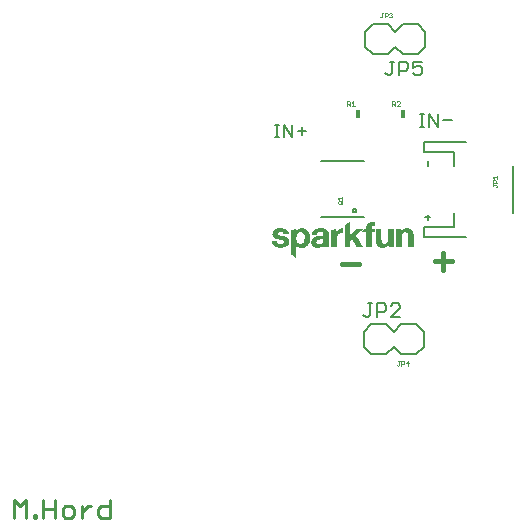
<source format=gbr>
G04 EAGLE Gerber RS-274X export*
G75*
%MOMM*%
%FSLAX34Y34*%
%LPD*%
%INSilkscreen Top*%
%IPPOS*%
%AMOC8*
5,1,8,0,0,1.08239X$1,22.5*%
G01*
%ADD10C,0.381000*%
%ADD11C,0.203200*%
%ADD12C,0.127000*%
%ADD13C,0.279400*%
%ADD14C,0.025400*%
%ADD15R,0.406400X0.711200*%
%ADD16C,0.152400*%

G36*
X24313Y94054D02*
X24313Y94054D01*
X24314Y94054D01*
X24358Y94074D01*
X24402Y94094D01*
X24402Y94095D01*
X24403Y94095D01*
X24436Y94180D01*
X24436Y105113D01*
X24705Y104710D01*
X24717Y104702D01*
X24722Y104692D01*
X24726Y104690D01*
X24731Y104681D01*
X25731Y103881D01*
X25737Y103880D01*
X25740Y103875D01*
X26340Y103475D01*
X26356Y103472D01*
X26370Y103460D01*
X26970Y103260D01*
X26973Y103260D01*
X26975Y103259D01*
X27675Y103059D01*
X27682Y103059D01*
X27689Y103055D01*
X28289Y102955D01*
X28292Y102956D01*
X28294Y102955D01*
X29094Y102855D01*
X29109Y102859D01*
X29126Y102855D01*
X30726Y103055D01*
X30739Y103062D01*
X30755Y103062D01*
X32055Y103562D01*
X32065Y103572D01*
X32080Y103575D01*
X33280Y104375D01*
X33287Y104385D01*
X33299Y104391D01*
X34299Y105391D01*
X34305Y105405D01*
X34319Y105416D01*
X35019Y106616D01*
X35021Y106628D01*
X35029Y106638D01*
X35529Y108038D01*
X35528Y108046D01*
X35533Y108054D01*
X35833Y109454D01*
X35832Y109459D01*
X35835Y109464D01*
X36018Y110928D01*
X36021Y110940D01*
X36035Y110963D01*
X36031Y110978D01*
X36035Y110995D01*
X36031Y111031D01*
X36035Y111064D01*
X36032Y111074D01*
X36036Y111084D01*
X36021Y111117D01*
X35835Y112695D01*
X35833Y112699D01*
X35834Y112705D01*
X35534Y114205D01*
X35529Y114212D01*
X35529Y114222D01*
X35029Y115622D01*
X35022Y115629D01*
X35021Y115640D01*
X34321Y116940D01*
X34307Y116951D01*
X34299Y116969D01*
X33299Y117969D01*
X33288Y117974D01*
X33280Y117985D01*
X32080Y118785D01*
X32064Y118788D01*
X32050Y118800D01*
X30550Y119300D01*
X30537Y119299D01*
X30525Y119305D01*
X28825Y119505D01*
X28818Y119503D01*
X28810Y119506D01*
X28110Y119506D01*
X28094Y119500D01*
X28075Y119501D01*
X27382Y119303D01*
X26789Y119205D01*
X26774Y119195D01*
X26754Y119193D01*
X25554Y118593D01*
X25545Y118583D01*
X25531Y118579D01*
X25031Y118179D01*
X25028Y118172D01*
X25021Y118169D01*
X24521Y117669D01*
X24516Y117658D01*
X24505Y117650D01*
X24236Y117247D01*
X24236Y118980D01*
X24230Y118994D01*
X24233Y119009D01*
X24212Y119038D01*
X24198Y119071D01*
X24184Y119076D01*
X24175Y119088D01*
X24134Y119095D01*
X24106Y119106D01*
X24097Y119102D01*
X24085Y119104D01*
X20085Y118304D01*
X20053Y118282D01*
X20017Y118265D01*
X20012Y118254D01*
X20004Y118248D01*
X19999Y118219D01*
X19984Y118180D01*
X19984Y97980D01*
X19985Y97977D01*
X19984Y97974D01*
X20021Y97891D01*
X21021Y96891D01*
X21032Y96886D01*
X21040Y96875D01*
X21629Y96482D01*
X22621Y95491D01*
X22626Y95489D01*
X22629Y95483D01*
X23229Y94983D01*
X23230Y94983D01*
X23231Y94981D01*
X23726Y94586D01*
X24221Y94091D01*
X24222Y94090D01*
X24222Y94089D01*
X24268Y94072D01*
X24312Y94054D01*
X24313Y94054D01*
G37*
G36*
X43118Y102857D02*
X43118Y102857D01*
X43128Y102855D01*
X43828Y102955D01*
X43835Y102959D01*
X43845Y102959D01*
X44537Y103156D01*
X45228Y103255D01*
X45242Y103263D01*
X45260Y103264D01*
X45960Y103564D01*
X45962Y103567D01*
X45966Y103567D01*
X46566Y103867D01*
X46572Y103873D01*
X46580Y103875D01*
X47180Y104275D01*
X47187Y104285D01*
X47199Y104291D01*
X47485Y104577D01*
X47494Y104556D01*
X47497Y104524D01*
X47584Y104350D01*
X47584Y103980D01*
X47594Y103956D01*
X47597Y103924D01*
X47684Y103750D01*
X47684Y103580D01*
X47694Y103556D01*
X47697Y103524D01*
X47797Y103324D01*
X47815Y103308D01*
X47825Y103287D01*
X47853Y103276D01*
X47872Y103260D01*
X47890Y103261D01*
X47910Y103254D01*
X52210Y103254D01*
X52231Y103263D01*
X52254Y103262D01*
X52274Y103281D01*
X52301Y103292D01*
X52309Y103313D01*
X52326Y103329D01*
X52327Y103360D01*
X52336Y103384D01*
X52329Y103400D01*
X52330Y103420D01*
X52131Y104016D01*
X52033Y104407D01*
X51934Y104905D01*
X51932Y104907D01*
X51932Y104911D01*
X51836Y105296D01*
X51836Y114980D01*
X51832Y114990D01*
X51835Y115001D01*
X51635Y116201D01*
X51625Y116216D01*
X51623Y116236D01*
X51123Y117236D01*
X51111Y117247D01*
X51105Y117263D01*
X50405Y118063D01*
X50391Y118070D01*
X50380Y118085D01*
X49480Y118685D01*
X49467Y118687D01*
X49457Y118697D01*
X48457Y119097D01*
X48444Y119097D01*
X48431Y119105D01*
X47231Y119305D01*
X47226Y119303D01*
X47221Y119306D01*
X46021Y119406D01*
X46020Y119406D01*
X44921Y119506D01*
X44911Y119503D01*
X44900Y119506D01*
X43600Y119406D01*
X43596Y119404D01*
X43591Y119405D01*
X42291Y119205D01*
X42286Y119202D01*
X42279Y119202D01*
X41079Y118902D01*
X41070Y118896D01*
X41058Y118895D01*
X39958Y118395D01*
X39948Y118384D01*
X39933Y118380D01*
X39033Y117680D01*
X39027Y117670D01*
X39016Y117664D01*
X38216Y116764D01*
X38209Y116745D01*
X38193Y116729D01*
X37693Y115529D01*
X37694Y115514D01*
X37685Y115499D01*
X37485Y114199D01*
X37488Y114187D01*
X37484Y114176D01*
X37500Y114141D01*
X37509Y114104D01*
X37520Y114098D01*
X37525Y114087D01*
X37568Y114070D01*
X37595Y114055D01*
X37602Y114057D01*
X37610Y114054D01*
X41810Y114054D01*
X41848Y114070D01*
X41888Y114081D01*
X41893Y114089D01*
X41901Y114092D01*
X41912Y114121D01*
X41935Y114159D01*
X42032Y114746D01*
X42221Y115218D01*
X42506Y115597D01*
X42785Y115876D01*
X43549Y116259D01*
X44120Y116354D01*
X45197Y116354D01*
X46169Y116160D01*
X46547Y115971D01*
X46822Y115787D01*
X47092Y115427D01*
X47186Y114957D01*
X47280Y114394D01*
X46912Y113474D01*
X45872Y113002D01*
X44192Y112705D01*
X42297Y112506D01*
X42291Y112502D01*
X42284Y112504D01*
X40384Y112104D01*
X40372Y112095D01*
X40356Y112094D01*
X38656Y111294D01*
X38642Y111278D01*
X38633Y111274D01*
X38631Y111270D01*
X38611Y111258D01*
X37511Y109858D01*
X37504Y109834D01*
X37487Y109809D01*
X36987Y107709D01*
X36990Y107692D01*
X36984Y107676D01*
X36985Y107673D01*
X36984Y107669D01*
X37084Y106569D01*
X37090Y106558D01*
X37089Y106544D01*
X37389Y105544D01*
X37399Y105531D01*
X37403Y105513D01*
X37903Y104713D01*
X37911Y104708D01*
X37914Y104698D01*
X38514Y103998D01*
X38535Y103988D01*
X38554Y103967D01*
X39354Y103567D01*
X39356Y103567D01*
X39359Y103565D01*
X40259Y103165D01*
X40272Y103164D01*
X40285Y103156D01*
X41285Y102956D01*
X41292Y102958D01*
X41299Y102954D01*
X42399Y102854D01*
X42404Y102856D01*
X42410Y102854D01*
X43110Y102854D01*
X43118Y102857D01*
G37*
G36*
X70012Y103255D02*
X70012Y103255D01*
X70014Y103254D01*
X70057Y103274D01*
X70101Y103292D01*
X70101Y103294D01*
X70103Y103295D01*
X70136Y103380D01*
X70136Y108728D01*
X71590Y110182D01*
X72102Y109414D01*
X72600Y108519D01*
X72602Y108517D01*
X72603Y108513D01*
X73103Y107713D01*
X73105Y107712D01*
X73105Y107710D01*
X73702Y106814D01*
X74200Y105919D01*
X74202Y105917D01*
X74203Y105913D01*
X74703Y105113D01*
X74705Y105112D01*
X74705Y105110D01*
X75302Y104214D01*
X75800Y103319D01*
X75816Y103306D01*
X75825Y103287D01*
X75856Y103275D01*
X75877Y103258D01*
X75893Y103260D01*
X75910Y103254D01*
X81110Y103254D01*
X81144Y103268D01*
X81180Y103275D01*
X81187Y103287D01*
X81201Y103292D01*
X81214Y103326D01*
X81234Y103357D01*
X81231Y103371D01*
X81236Y103384D01*
X81224Y103410D01*
X81218Y103446D01*
X80418Y104746D01*
X80413Y104750D01*
X80411Y104756D01*
X79513Y105953D01*
X77917Y108348D01*
X77118Y109646D01*
X77116Y109648D01*
X77115Y109650D01*
X75517Y112048D01*
X74770Y113261D01*
X76097Y114588D01*
X76893Y115285D01*
X76895Y115289D01*
X76899Y115291D01*
X78997Y117388D01*
X79793Y118085D01*
X79797Y118093D01*
X79805Y118097D01*
X80505Y118897D01*
X80519Y118941D01*
X80536Y118984D01*
X80535Y118987D01*
X80536Y118990D01*
X80514Y119031D01*
X80495Y119073D01*
X80492Y119075D01*
X80490Y119078D01*
X80465Y119085D01*
X80410Y119106D01*
X75410Y119106D01*
X75407Y119105D01*
X75404Y119106D01*
X75321Y119069D01*
X73921Y117669D01*
X73919Y117665D01*
X73914Y117662D01*
X73318Y116966D01*
X71221Y114869D01*
X71219Y114865D01*
X71214Y114862D01*
X70618Y114166D01*
X70136Y113685D01*
X70136Y124880D01*
X70122Y124913D01*
X70116Y124948D01*
X70104Y124957D01*
X70098Y124971D01*
X70064Y124984D01*
X70035Y125004D01*
X70019Y125001D01*
X70006Y125006D01*
X69980Y124994D01*
X69945Y124988D01*
X69449Y124691D01*
X68854Y124393D01*
X68850Y124389D01*
X68845Y124388D01*
X67849Y123791D01*
X67254Y123493D01*
X67250Y123489D01*
X67245Y123488D01*
X66249Y122891D01*
X65654Y122593D01*
X65638Y122575D01*
X65617Y122565D01*
X65606Y122537D01*
X65590Y122518D01*
X65591Y122500D01*
X65584Y122480D01*
X65584Y103380D01*
X65585Y103378D01*
X65584Y103376D01*
X65604Y103333D01*
X65622Y103289D01*
X65624Y103289D01*
X65625Y103287D01*
X65710Y103254D01*
X70010Y103254D01*
X70012Y103255D01*
G37*
G36*
X113312Y103255D02*
X113312Y103255D01*
X113314Y103254D01*
X113357Y103274D01*
X113401Y103292D01*
X113401Y103294D01*
X113403Y103295D01*
X113436Y103380D01*
X113436Y112673D01*
X113534Y113550D01*
X113826Y114330D01*
X114111Y114899D01*
X114585Y115278D01*
X115166Y115666D01*
X115731Y115854D01*
X117189Y115854D01*
X117757Y115665D01*
X118232Y115380D01*
X118600Y115012D01*
X118989Y113844D01*
X119184Y113065D01*
X119184Y103380D01*
X119185Y103378D01*
X119184Y103376D01*
X119204Y103333D01*
X119222Y103289D01*
X119224Y103289D01*
X119225Y103287D01*
X119310Y103254D01*
X123510Y103254D01*
X123512Y103255D01*
X123514Y103254D01*
X123557Y103274D01*
X123601Y103292D01*
X123601Y103294D01*
X123603Y103295D01*
X123636Y103380D01*
X123636Y114380D01*
X123632Y114390D01*
X123635Y114401D01*
X123435Y115601D01*
X123428Y115610D01*
X123429Y115623D01*
X123029Y116723D01*
X123022Y116730D01*
X123020Y116741D01*
X122520Y117641D01*
X122510Y117649D01*
X122505Y117663D01*
X121805Y118463D01*
X121785Y118473D01*
X121766Y118493D01*
X120766Y118993D01*
X120756Y118994D01*
X120747Y119001D01*
X119447Y119401D01*
X119433Y119399D01*
X119418Y119406D01*
X117918Y119506D01*
X117906Y119502D01*
X117892Y119505D01*
X116492Y119305D01*
X116483Y119299D01*
X116470Y119300D01*
X115873Y119101D01*
X115175Y118901D01*
X115161Y118890D01*
X115140Y118885D01*
X114540Y118485D01*
X114533Y118475D01*
X114521Y118469D01*
X113521Y117469D01*
X113519Y117464D01*
X113513Y117461D01*
X113136Y117009D01*
X113136Y118980D01*
X113135Y118982D01*
X113136Y118984D01*
X113116Y119027D01*
X113098Y119071D01*
X113096Y119071D01*
X113095Y119073D01*
X113010Y119106D01*
X109010Y119106D01*
X109008Y119105D01*
X109006Y119106D01*
X108963Y119086D01*
X108919Y119068D01*
X108919Y119066D01*
X108917Y119065D01*
X108884Y118980D01*
X108884Y103380D01*
X108885Y103378D01*
X108884Y103376D01*
X108904Y103333D01*
X108922Y103289D01*
X108924Y103289D01*
X108925Y103287D01*
X109010Y103254D01*
X113310Y103254D01*
X113312Y103255D01*
G37*
G36*
X97714Y102858D02*
X97714Y102858D01*
X97728Y102855D01*
X99128Y103055D01*
X99137Y103061D01*
X99150Y103060D01*
X99747Y103259D01*
X100445Y103459D01*
X100459Y103470D01*
X100480Y103475D01*
X101080Y103875D01*
X101087Y103885D01*
X101099Y103891D01*
X102099Y104891D01*
X102101Y104896D01*
X102107Y104899D01*
X102484Y105351D01*
X102484Y103380D01*
X102485Y103378D01*
X102484Y103376D01*
X102504Y103333D01*
X102522Y103289D01*
X102524Y103289D01*
X102525Y103287D01*
X102610Y103254D01*
X106610Y103254D01*
X106612Y103255D01*
X106614Y103254D01*
X106657Y103274D01*
X106701Y103292D01*
X106701Y103294D01*
X106703Y103295D01*
X106736Y103380D01*
X106736Y118980D01*
X106735Y118982D01*
X106736Y118984D01*
X106716Y119027D01*
X106698Y119071D01*
X106696Y119071D01*
X106695Y119073D01*
X106610Y119106D01*
X102410Y119106D01*
X102408Y119105D01*
X102406Y119106D01*
X102363Y119086D01*
X102319Y119068D01*
X102319Y119066D01*
X102317Y119065D01*
X102284Y118980D01*
X102284Y110786D01*
X102184Y109693D01*
X102086Y108810D01*
X101794Y108030D01*
X101510Y107461D01*
X100551Y106694D01*
X99892Y106506D01*
X98431Y106506D01*
X97863Y106695D01*
X97388Y106980D01*
X97020Y107348D01*
X96634Y108508D01*
X96535Y109296D01*
X96436Y110187D01*
X96436Y118980D01*
X96435Y118982D01*
X96436Y118984D01*
X96416Y119027D01*
X96398Y119071D01*
X96396Y119071D01*
X96395Y119073D01*
X96310Y119106D01*
X92110Y119106D01*
X92108Y119105D01*
X92106Y119106D01*
X92063Y119086D01*
X92019Y119068D01*
X92019Y119066D01*
X92017Y119065D01*
X91984Y118980D01*
X91984Y107980D01*
X91988Y107970D01*
X91985Y107959D01*
X92185Y106759D01*
X92192Y106750D01*
X92191Y106737D01*
X92591Y105637D01*
X92598Y105630D01*
X92600Y105619D01*
X93100Y104719D01*
X93113Y104708D01*
X93121Y104691D01*
X93921Y103891D01*
X93936Y103884D01*
X93949Y103870D01*
X94849Y103370D01*
X94862Y103368D01*
X94873Y103359D01*
X96173Y102959D01*
X96187Y102961D01*
X96202Y102954D01*
X97702Y102854D01*
X97714Y102858D01*
G37*
G36*
X11310Y102857D02*
X11310Y102857D01*
X11320Y102854D01*
X12620Y102954D01*
X12624Y102956D01*
X12629Y102955D01*
X13929Y103155D01*
X13938Y103161D01*
X13950Y103160D01*
X15150Y103560D01*
X15157Y103566D01*
X15166Y103567D01*
X16166Y104067D01*
X16174Y104076D01*
X16188Y104080D01*
X17088Y104780D01*
X17090Y104785D01*
X17093Y104786D01*
X17096Y104794D01*
X17109Y104801D01*
X17909Y105801D01*
X17914Y105820D01*
X17929Y105837D01*
X18329Y106937D01*
X18328Y106950D01*
X18335Y106962D01*
X18535Y108362D01*
X18531Y108376D01*
X18536Y108393D01*
X18436Y109393D01*
X18425Y109411D01*
X18423Y109436D01*
X18023Y110236D01*
X18020Y110239D01*
X18020Y110243D01*
X17620Y110943D01*
X17603Y110955D01*
X17592Y110976D01*
X16892Y111576D01*
X16881Y111579D01*
X16873Y111590D01*
X16173Y111990D01*
X16169Y111990D01*
X16166Y111993D01*
X15366Y112393D01*
X15352Y112394D01*
X15337Y112403D01*
X14442Y112602D01*
X13446Y112901D01*
X13442Y112900D01*
X13437Y112903D01*
X12539Y113103D01*
X11741Y113302D01*
X11739Y113302D01*
X11737Y113303D01*
X10841Y113502D01*
X10147Y113701D01*
X9571Y113893D01*
X9101Y114269D01*
X8828Y114633D01*
X8739Y115077D01*
X8921Y115802D01*
X9462Y116163D01*
X10226Y116354D01*
X11500Y116354D01*
X12084Y116256D01*
X12471Y116160D01*
X12939Y115972D01*
X13502Y115409D01*
X13688Y114946D01*
X13785Y114359D01*
X13808Y114324D01*
X13825Y114287D01*
X13834Y114283D01*
X13838Y114276D01*
X13868Y114270D01*
X13910Y114254D01*
X17910Y114254D01*
X17921Y114259D01*
X17933Y114256D01*
X17965Y114277D01*
X18001Y114292D01*
X18005Y114304D01*
X18015Y114310D01*
X18025Y114356D01*
X18036Y114384D01*
X18033Y114391D01*
X18035Y114399D01*
X17835Y115699D01*
X17826Y115713D01*
X17825Y115732D01*
X17325Y116832D01*
X17314Y116842D01*
X17310Y116858D01*
X16610Y117758D01*
X16596Y117765D01*
X16586Y117781D01*
X15786Y118381D01*
X15773Y118384D01*
X15762Y118395D01*
X14662Y118895D01*
X14652Y118895D01*
X14643Y118902D01*
X13543Y119202D01*
X13537Y119201D01*
X13531Y119205D01*
X12331Y119405D01*
X12326Y119403D01*
X12321Y119406D01*
X11121Y119506D01*
X11111Y119503D01*
X11100Y119506D01*
X9800Y119406D01*
X8600Y119306D01*
X8585Y119298D01*
X8567Y119299D01*
X7467Y118899D01*
X7465Y118897D01*
X7463Y118897D01*
X6463Y118497D01*
X6451Y118485D01*
X6433Y118480D01*
X5533Y117780D01*
X5525Y117766D01*
X5510Y117758D01*
X4810Y116858D01*
X4806Y116839D01*
X4791Y116823D01*
X4391Y115723D01*
X4392Y115711D01*
X4385Y115699D01*
X4185Y114399D01*
X4190Y114379D01*
X4186Y114355D01*
X4386Y113355D01*
X4393Y113345D01*
X4394Y113330D01*
X4694Y112630D01*
X4699Y112625D01*
X4700Y112617D01*
X5100Y111917D01*
X5120Y111902D01*
X5137Y111877D01*
X5837Y111377D01*
X5843Y111376D01*
X5847Y111370D01*
X6547Y110970D01*
X6557Y110969D01*
X6566Y110962D01*
X7366Y110662D01*
X7368Y110662D01*
X7370Y110660D01*
X8270Y110360D01*
X8278Y110361D01*
X8285Y110356D01*
X9279Y110157D01*
X10274Y109859D01*
X10280Y109860D01*
X10285Y109856D01*
X11283Y109657D01*
X12070Y109460D01*
X12757Y109165D01*
X13343Y108872D01*
X13710Y108597D01*
X13891Y108236D01*
X13981Y107875D01*
X13889Y107319D01*
X13706Y106955D01*
X13427Y106676D01*
X13043Y106388D01*
X12669Y106201D01*
X12185Y106104D01*
X12183Y106102D01*
X12179Y106102D01*
X11795Y106006D01*
X10720Y106006D01*
X10141Y106103D01*
X9569Y106293D01*
X9188Y106580D01*
X8701Y106969D01*
X8423Y107339D01*
X8233Y107911D01*
X8135Y108501D01*
X8112Y108536D01*
X8095Y108573D01*
X8086Y108577D01*
X8082Y108584D01*
X8052Y108590D01*
X8010Y108606D01*
X4010Y108606D01*
X3999Y108602D01*
X3988Y108604D01*
X3955Y108583D01*
X3919Y108568D01*
X3915Y108557D01*
X3906Y108551D01*
X3895Y108504D01*
X3884Y108476D01*
X3887Y108470D01*
X3885Y108462D01*
X4085Y107062D01*
X4093Y107049D01*
X4093Y107031D01*
X4593Y105831D01*
X4605Y105820D01*
X4610Y105803D01*
X5310Y104903D01*
X5320Y104897D01*
X5326Y104886D01*
X6226Y104086D01*
X6243Y104080D01*
X6258Y104065D01*
X7358Y103565D01*
X7364Y103565D01*
X7370Y103560D01*
X8570Y103160D01*
X8581Y103161D01*
X8591Y103155D01*
X9891Y102955D01*
X9896Y102957D01*
X9901Y102954D01*
X11301Y102854D01*
X11310Y102857D01*
G37*
G36*
X87912Y103255D02*
X87912Y103255D01*
X87914Y103254D01*
X87957Y103274D01*
X88001Y103292D01*
X88001Y103294D01*
X88003Y103295D01*
X88036Y103380D01*
X88036Y115954D01*
X90910Y115954D01*
X90912Y115955D01*
X90914Y115954D01*
X90957Y115974D01*
X91001Y115992D01*
X91001Y115994D01*
X91003Y115995D01*
X91036Y116080D01*
X91036Y118980D01*
X91035Y118982D01*
X91036Y118984D01*
X91016Y119027D01*
X90998Y119071D01*
X90996Y119071D01*
X90995Y119073D01*
X90910Y119106D01*
X88036Y119106D01*
X88036Y119865D01*
X88132Y120249D01*
X88130Y120264D01*
X88136Y120280D01*
X88136Y120659D01*
X88224Y120924D01*
X88396Y121182D01*
X88566Y121267D01*
X88572Y121273D01*
X88580Y121275D01*
X88848Y121454D01*
X89110Y121454D01*
X89124Y121460D01*
X89141Y121458D01*
X89526Y121554D01*
X89880Y121554D01*
X90054Y121467D01*
X90080Y121465D01*
X90110Y121454D01*
X91110Y121454D01*
X91112Y121455D01*
X91114Y121454D01*
X91157Y121474D01*
X91201Y121492D01*
X91201Y121494D01*
X91203Y121495D01*
X91236Y121580D01*
X91236Y124680D01*
X91224Y124710D01*
X91220Y124742D01*
X91205Y124755D01*
X91198Y124771D01*
X91174Y124780D01*
X91150Y124800D01*
X90850Y124900D01*
X90831Y124898D01*
X90810Y124906D01*
X89731Y124906D01*
X89450Y125000D01*
X89431Y124998D01*
X89410Y125006D01*
X88910Y125006D01*
X88905Y125004D01*
X88900Y125006D01*
X87600Y124906D01*
X87589Y124900D01*
X87574Y124901D01*
X86574Y124601D01*
X86568Y124596D01*
X86559Y124595D01*
X85659Y124195D01*
X85650Y124186D01*
X85637Y124183D01*
X84937Y123683D01*
X84930Y123673D01*
X84919Y123668D01*
X84918Y123664D01*
X84914Y123662D01*
X84314Y122962D01*
X84310Y122948D01*
X84297Y122936D01*
X83897Y122136D01*
X83897Y122128D01*
X83890Y122120D01*
X83590Y121220D01*
X83592Y121201D01*
X83584Y121180D01*
X83584Y119106D01*
X82410Y119106D01*
X82407Y119105D01*
X82404Y119106D01*
X82321Y119069D01*
X80127Y116876D01*
X79734Y116581D01*
X79726Y116566D01*
X79709Y116556D01*
X79409Y116156D01*
X79399Y116115D01*
X79384Y116076D01*
X79387Y116068D01*
X79385Y116060D01*
X79408Y116025D01*
X79425Y115987D01*
X79433Y115983D01*
X79438Y115977D01*
X79467Y115970D01*
X79510Y115954D01*
X83584Y115954D01*
X83584Y103380D01*
X83585Y103378D01*
X83584Y103376D01*
X83604Y103333D01*
X83622Y103289D01*
X83624Y103289D01*
X83625Y103287D01*
X83710Y103254D01*
X87910Y103254D01*
X87912Y103255D01*
G37*
G36*
X58312Y103255D02*
X58312Y103255D01*
X58314Y103254D01*
X58357Y103274D01*
X58401Y103292D01*
X58401Y103294D01*
X58403Y103295D01*
X58436Y103380D01*
X58436Y110374D01*
X58535Y111361D01*
X58733Y112353D01*
X58928Y113130D01*
X59413Y113906D01*
X59890Y114479D01*
X60658Y114863D01*
X61536Y115156D01*
X62616Y115254D01*
X63580Y115254D01*
X63754Y115167D01*
X63780Y115165D01*
X63810Y115154D01*
X64110Y115154D01*
X64112Y115155D01*
X64114Y115154D01*
X64157Y115174D01*
X64201Y115192D01*
X64201Y115194D01*
X64203Y115195D01*
X64236Y115280D01*
X64236Y119180D01*
X64235Y119183D01*
X64236Y119186D01*
X64199Y119269D01*
X64099Y119369D01*
X64096Y119371D01*
X64095Y119373D01*
X64010Y119406D01*
X63662Y119406D01*
X63599Y119469D01*
X63596Y119471D01*
X63595Y119473D01*
X63510Y119506D01*
X63210Y119506D01*
X63203Y119503D01*
X63194Y119505D01*
X62394Y119405D01*
X62388Y119401D01*
X62379Y119402D01*
X61579Y119202D01*
X61578Y119201D01*
X61575Y119201D01*
X60875Y119001D01*
X60864Y118992D01*
X60847Y118990D01*
X60147Y118590D01*
X60141Y118581D01*
X60129Y118577D01*
X59529Y118077D01*
X59527Y118072D01*
X59521Y118069D01*
X58921Y117469D01*
X58916Y117458D01*
X58905Y117450D01*
X58505Y116850D01*
X58504Y116846D01*
X58500Y116843D01*
X58236Y116380D01*
X58236Y118980D01*
X58230Y118994D01*
X58233Y119009D01*
X58212Y119038D01*
X58198Y119071D01*
X58184Y119076D01*
X58175Y119088D01*
X58134Y119095D01*
X58106Y119106D01*
X58097Y119102D01*
X58085Y119104D01*
X54085Y118304D01*
X54053Y118282D01*
X54017Y118265D01*
X54012Y118254D01*
X54004Y118248D01*
X53999Y118219D01*
X53984Y118180D01*
X53984Y103380D01*
X53985Y103378D01*
X53984Y103376D01*
X54004Y103333D01*
X54022Y103289D01*
X54024Y103289D01*
X54025Y103287D01*
X54110Y103254D01*
X58310Y103254D01*
X58312Y103255D01*
G37*
%LPC*%
G36*
X26942Y106404D02*
X26942Y106404D01*
X26272Y106691D01*
X25597Y107173D01*
X25116Y107750D01*
X24729Y108524D01*
X24533Y109309D01*
X24336Y110194D01*
X24336Y112066D01*
X24533Y112952D01*
X24729Y113736D01*
X25116Y114510D01*
X25600Y115090D01*
X26180Y115574D01*
X26946Y115957D01*
X27902Y116052D01*
X28774Y115859D01*
X29546Y115569D01*
X30125Y115087D01*
X30701Y114510D01*
X31286Y112950D01*
X31384Y112067D01*
X31483Y111081D01*
X31285Y109302D01*
X31091Y108524D01*
X30704Y107750D01*
X30223Y107173D01*
X29548Y106691D01*
X28878Y106404D01*
X27910Y106307D01*
X26942Y106404D01*
G37*
%LPD*%
%LPC*%
G36*
X43523Y106006D02*
X43523Y106006D01*
X42551Y106201D01*
X42173Y106389D01*
X41908Y106566D01*
X41531Y107319D01*
X41438Y107878D01*
X41531Y108339D01*
X41914Y109105D01*
X42185Y109376D01*
X42951Y109760D01*
X45423Y110254D01*
X45910Y110254D01*
X45924Y110260D01*
X45941Y110258D01*
X46341Y110358D01*
X46351Y110366D01*
X46366Y110367D01*
X46754Y110561D01*
X47141Y110658D01*
X47157Y110670D01*
X47180Y110675D01*
X47284Y110744D01*
X47284Y108993D01*
X47186Y108505D01*
X47187Y108503D01*
X47185Y108501D01*
X47089Y107919D01*
X46801Y107343D01*
X46419Y106771D01*
X45852Y106393D01*
X45082Y106104D01*
X44004Y106006D01*
X43523Y106006D01*
G37*
%LPD*%
D10*
X141605Y91449D02*
X156011Y91449D01*
X148808Y98652D02*
X148808Y84246D01*
X77271Y88909D02*
X62865Y88909D01*
D11*
X9655Y196596D02*
X6096Y196596D01*
X7876Y196596D02*
X7876Y207273D01*
X9655Y207273D02*
X6096Y207273D01*
X13892Y207273D02*
X13892Y196596D01*
X21010Y196596D02*
X13892Y207273D01*
X21010Y207273D02*
X21010Y196596D01*
X25586Y201935D02*
X32704Y201935D01*
X29145Y205494D02*
X29145Y198376D01*
X129286Y205486D02*
X132845Y205486D01*
X131066Y205486D02*
X131066Y216163D01*
X132845Y216163D02*
X129286Y216163D01*
X137082Y216163D02*
X137082Y205486D01*
X144200Y205486D02*
X137082Y216163D01*
X144200Y216163D02*
X144200Y205486D01*
X148776Y210825D02*
X155894Y210825D01*
D12*
X135633Y130941D02*
X135633Y126365D01*
X133345Y128653D02*
X137921Y128653D01*
X135633Y172085D02*
X135633Y176661D01*
D13*
X-214503Y-110604D02*
X-214503Y-125603D01*
X-209503Y-115604D02*
X-214503Y-110604D01*
X-209503Y-115604D02*
X-204504Y-110604D01*
X-204504Y-125603D01*
X-198131Y-125603D02*
X-198131Y-123103D01*
X-195632Y-123103D01*
X-195632Y-125603D01*
X-198131Y-125603D01*
X-189946Y-125603D02*
X-189946Y-110604D01*
X-189946Y-118104D02*
X-179946Y-118104D01*
X-179946Y-125603D02*
X-179946Y-110604D01*
X-171074Y-125603D02*
X-166075Y-125603D01*
X-163575Y-123103D01*
X-163575Y-118104D01*
X-166075Y-115604D01*
X-171074Y-115604D01*
X-173574Y-118104D01*
X-173574Y-123103D01*
X-171074Y-125603D01*
X-157203Y-125603D02*
X-157203Y-115604D01*
X-157203Y-120603D02*
X-152203Y-115604D01*
X-149703Y-115604D01*
X-133560Y-110604D02*
X-133560Y-125603D01*
X-141060Y-125603D01*
X-143560Y-123103D01*
X-143560Y-118104D01*
X-141060Y-115604D01*
X-133560Y-115604D01*
D11*
X132800Y192400D02*
X167800Y192400D01*
X132800Y192400D02*
X132800Y184400D01*
X157800Y184400D01*
X157800Y172400D01*
X157800Y132400D02*
X157800Y120400D01*
X132800Y120400D01*
X132800Y112400D01*
X167800Y112400D01*
X207800Y132400D02*
X207800Y172400D01*
D14*
X194437Y154636D02*
X193801Y154001D01*
X194437Y154636D02*
X194437Y155272D01*
X193801Y155907D01*
X190624Y155907D01*
X190624Y155272D02*
X190624Y156543D01*
X190624Y157743D02*
X194437Y157743D01*
X190624Y157743D02*
X190624Y159649D01*
X191259Y160285D01*
X192530Y160285D01*
X193166Y159649D01*
X193166Y157743D01*
X191895Y161485D02*
X190624Y162756D01*
X194437Y162756D01*
X194437Y161485D02*
X194437Y164027D01*
X96013Y297937D02*
X95377Y298573D01*
X96013Y297937D02*
X96648Y297937D01*
X97284Y298573D01*
X97284Y301750D01*
X97919Y301750D02*
X96648Y301750D01*
X99119Y301750D02*
X99119Y297937D01*
X99119Y301750D02*
X101026Y301750D01*
X101661Y301115D01*
X101661Y299844D01*
X101026Y299208D01*
X99119Y299208D01*
X102861Y301115D02*
X103497Y301750D01*
X104768Y301750D01*
X105403Y301115D01*
X105403Y300479D01*
X104768Y299844D01*
X104132Y299844D01*
X104768Y299844D02*
X105403Y299208D01*
X105403Y298573D01*
X104768Y297937D01*
X103497Y297937D01*
X102861Y298573D01*
X109551Y3689D02*
X110186Y3053D01*
X110822Y3053D01*
X111457Y3689D01*
X111457Y6866D01*
X110822Y6866D02*
X112093Y6866D01*
X113293Y6866D02*
X113293Y3053D01*
X113293Y6866D02*
X115199Y6866D01*
X115835Y6231D01*
X115835Y4960D01*
X115199Y4324D01*
X113293Y4324D01*
X118942Y3053D02*
X118942Y6866D01*
X117035Y4960D01*
X119577Y4960D01*
D15*
X76200Y215900D03*
D14*
X67437Y223012D02*
X67437Y226825D01*
X69344Y226825D01*
X69979Y226190D01*
X69979Y224919D01*
X69344Y224283D01*
X67437Y224283D01*
X68708Y224283D02*
X69979Y223012D01*
X71179Y225554D02*
X72450Y226825D01*
X72450Y223012D01*
X71179Y223012D02*
X73721Y223012D01*
D15*
X114300Y215900D03*
D14*
X105537Y223012D02*
X105537Y226825D01*
X107444Y226825D01*
X108079Y226190D01*
X108079Y224919D01*
X107444Y224283D01*
X105537Y224283D01*
X106808Y224283D02*
X108079Y223012D01*
X109279Y223012D02*
X111821Y223012D01*
X109279Y223012D02*
X111821Y225554D01*
X111821Y226190D01*
X111186Y226825D01*
X109915Y226825D01*
X109279Y226190D01*
D16*
X81530Y176020D02*
X45470Y176020D01*
X45470Y128780D02*
X81530Y128780D01*
D11*
X71970Y134366D02*
X71972Y134441D01*
X71978Y134516D01*
X71988Y134591D01*
X72001Y134665D01*
X72019Y134738D01*
X72040Y134810D01*
X72065Y134881D01*
X72094Y134950D01*
X72127Y135018D01*
X72162Y135084D01*
X72202Y135148D01*
X72244Y135210D01*
X72290Y135270D01*
X72339Y135327D01*
X72391Y135381D01*
X72445Y135433D01*
X72502Y135482D01*
X72562Y135528D01*
X72624Y135570D01*
X72688Y135610D01*
X72754Y135645D01*
X72822Y135678D01*
X72891Y135707D01*
X72962Y135732D01*
X73034Y135753D01*
X73107Y135771D01*
X73181Y135784D01*
X73256Y135794D01*
X73331Y135800D01*
X73406Y135802D01*
X73481Y135800D01*
X73556Y135794D01*
X73631Y135784D01*
X73705Y135771D01*
X73778Y135753D01*
X73850Y135732D01*
X73921Y135707D01*
X73990Y135678D01*
X74058Y135645D01*
X74124Y135610D01*
X74188Y135570D01*
X74250Y135528D01*
X74310Y135482D01*
X74367Y135433D01*
X74421Y135381D01*
X74473Y135327D01*
X74522Y135270D01*
X74568Y135210D01*
X74610Y135148D01*
X74650Y135084D01*
X74685Y135018D01*
X74718Y134950D01*
X74747Y134881D01*
X74772Y134810D01*
X74793Y134738D01*
X74811Y134665D01*
X74824Y134591D01*
X74834Y134516D01*
X74840Y134441D01*
X74842Y134366D01*
X74840Y134291D01*
X74834Y134216D01*
X74824Y134141D01*
X74811Y134067D01*
X74793Y133994D01*
X74772Y133922D01*
X74747Y133851D01*
X74718Y133782D01*
X74685Y133714D01*
X74650Y133648D01*
X74610Y133584D01*
X74568Y133522D01*
X74522Y133462D01*
X74473Y133405D01*
X74421Y133351D01*
X74367Y133299D01*
X74310Y133250D01*
X74250Y133204D01*
X74188Y133162D01*
X74124Y133122D01*
X74058Y133087D01*
X73990Y133054D01*
X73921Y133025D01*
X73850Y133000D01*
X73778Y132979D01*
X73705Y132961D01*
X73631Y132948D01*
X73556Y132938D01*
X73481Y132932D01*
X73406Y132930D01*
X73331Y132932D01*
X73256Y132938D01*
X73181Y132948D01*
X73107Y132961D01*
X73034Y132979D01*
X72962Y133000D01*
X72891Y133025D01*
X72822Y133054D01*
X72754Y133087D01*
X72688Y133122D01*
X72624Y133162D01*
X72562Y133204D01*
X72502Y133250D01*
X72445Y133299D01*
X72391Y133351D01*
X72339Y133405D01*
X72290Y133462D01*
X72244Y133522D01*
X72202Y133584D01*
X72162Y133648D01*
X72127Y133714D01*
X72094Y133782D01*
X72065Y133851D01*
X72040Y133922D01*
X72019Y133994D01*
X72001Y134067D01*
X71988Y134141D01*
X71978Y134216D01*
X71972Y134291D01*
X71970Y134366D01*
D14*
X62737Y139827D02*
X60195Y139827D01*
X59560Y140463D01*
X59560Y141734D01*
X60195Y142369D01*
X62737Y142369D01*
X63373Y141734D01*
X63373Y140463D01*
X62737Y139827D01*
X62102Y141098D02*
X63373Y142369D01*
X60831Y143569D02*
X59560Y144840D01*
X63373Y144840D01*
X63373Y143569D02*
X63373Y146111D01*
D11*
X87630Y38100D02*
X100330Y38100D01*
X106680Y31750D01*
X106680Y19050D02*
X100330Y12700D01*
X106680Y31750D02*
X113030Y38100D01*
X125730Y38100D01*
X132080Y31750D01*
X132080Y19050D02*
X125730Y12700D01*
X113030Y12700D01*
X106680Y19050D01*
X81280Y19050D02*
X81280Y31750D01*
X87630Y38100D01*
X81280Y19050D02*
X87630Y12700D01*
X100330Y12700D01*
X132080Y19050D02*
X132080Y31750D01*
D12*
X83060Y44323D02*
X81153Y46230D01*
X83060Y44323D02*
X84966Y44323D01*
X86873Y46230D01*
X86873Y55763D01*
X84966Y55763D02*
X88780Y55763D01*
X92847Y55763D02*
X92847Y44323D01*
X92847Y55763D02*
X98567Y55763D01*
X100473Y53856D01*
X100473Y50043D01*
X98567Y48136D01*
X92847Y48136D01*
X104541Y44323D02*
X112167Y44323D01*
X104541Y44323D02*
X112167Y51950D01*
X112167Y53856D01*
X110261Y55763D01*
X106448Y55763D01*
X104541Y53856D01*
D11*
X114300Y266700D02*
X127000Y266700D01*
X114300Y266700D02*
X107950Y273050D01*
X107950Y285750D02*
X114300Y292100D01*
X107950Y273050D02*
X101600Y266700D01*
X88900Y266700D01*
X82550Y273050D01*
X82550Y285750D02*
X88900Y292100D01*
X101600Y292100D01*
X107950Y285750D01*
X133350Y285750D02*
X133350Y273050D01*
X127000Y266700D01*
X133350Y285750D02*
X127000Y292100D01*
X114300Y292100D01*
X82550Y285750D02*
X82550Y273050D01*
D12*
X99665Y250954D02*
X101572Y249047D01*
X103478Y249047D01*
X105385Y250954D01*
X105385Y260487D01*
X103478Y260487D02*
X107292Y260487D01*
X111359Y260487D02*
X111359Y249047D01*
X111359Y260487D02*
X117079Y260487D01*
X118986Y258580D01*
X118986Y254767D01*
X117079Y252860D01*
X111359Y252860D01*
X123053Y260487D02*
X130679Y260487D01*
X123053Y260487D02*
X123053Y254767D01*
X126866Y256674D01*
X128773Y256674D01*
X130679Y254767D01*
X130679Y250954D01*
X128773Y249047D01*
X124960Y249047D01*
X123053Y250954D01*
M02*

</source>
